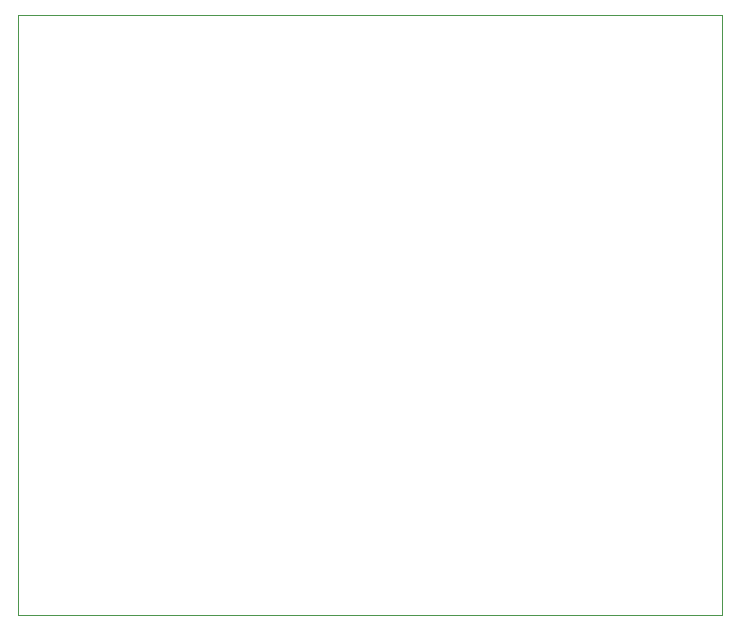
<source format=gbr>
%TF.GenerationSoftware,KiCad,Pcbnew,9.0.2*%
%TF.CreationDate,2025-07-27T21:28:40+05:30*%
%TF.ProjectId,dac,6461632e-6b69-4636-9164-5f7063625858,rev?*%
%TF.SameCoordinates,Original*%
%TF.FileFunction,Profile,NP*%
%FSLAX46Y46*%
G04 Gerber Fmt 4.6, Leading zero omitted, Abs format (unit mm)*
G04 Created by KiCad (PCBNEW 9.0.2) date 2025-07-27 21:28:40*
%MOMM*%
%LPD*%
G01*
G04 APERTURE LIST*
%TA.AperFunction,Profile*%
%ADD10C,0.050000*%
%TD*%
G04 APERTURE END LIST*
D10*
X87400000Y-63600000D02*
X147000000Y-63600000D01*
X147000000Y-114400000D01*
X87400000Y-114400000D01*
X87400000Y-63600000D01*
M02*

</source>
